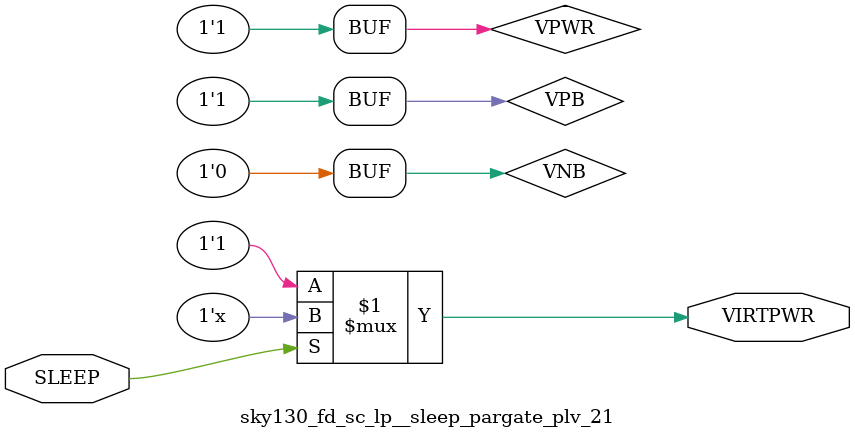
<source format=v>
/*
 * Copyright 2020 The SkyWater PDK Authors
 *
 * Licensed under the Apache License, Version 2.0 (the "License");
 * you may not use this file except in compliance with the License.
 * You may obtain a copy of the License at
 *
 *     https://www.apache.org/licenses/LICENSE-2.0
 *
 * Unless required by applicable law or agreed to in writing, software
 * distributed under the License is distributed on an "AS IS" BASIS,
 * WITHOUT WARRANTIES OR CONDITIONS OF ANY KIND, either express or implied.
 * See the License for the specific language governing permissions and
 * limitations under the License.
 *
 * SPDX-License-Identifier: Apache-2.0
*/


`ifndef SKY130_FD_SC_LP__SLEEP_PARGATE_PLV_21_TIMING_V
`define SKY130_FD_SC_LP__SLEEP_PARGATE_PLV_21_TIMING_V

/**
 * sleep_pargate_plv: ????.
 *
 * Verilog simulation timing model.
 */

`timescale 1ns / 1ps
`default_nettype none

`celldefine
module sky130_fd_sc_lp__sleep_pargate_plv_21 (
    VIRTPWR,
    SLEEP
);

    // Module ports
    output VIRTPWR;
    input  SLEEP  ;

    // Module supplies
    supply1 VPWR;
    supply1 VPB ;
    supply0 VNB ;

    // Local signals
    wire vgnd;

    //       Name       Output   Other arguments
    pulldown pulldown0 (vgnd   );
    bufif0   bufif00   (VIRTPWR, VPWR, SLEEP    );

specify
(SLEEP => VIRTPWR) = (0:0:0,0:0:0,0:0:0,0:0:0,0:0:0,0:0:0);
endspecify
endmodule
`endcelldefine

`default_nettype wire
`endif  // SKY130_FD_SC_LP__SLEEP_PARGATE_PLV_21_TIMING_V

</source>
